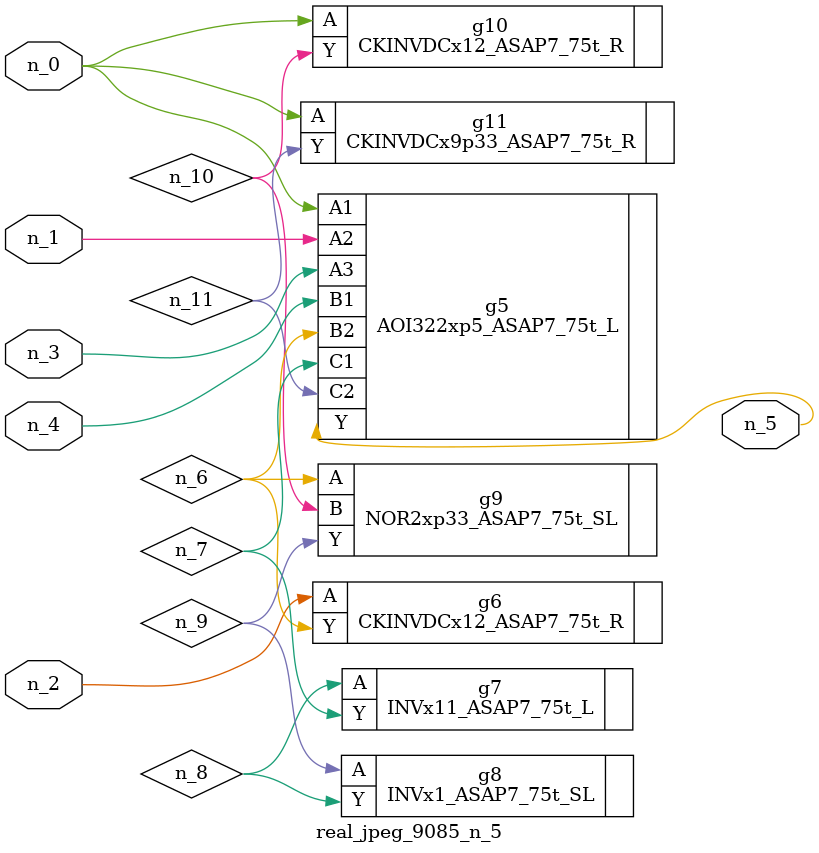
<source format=v>
module real_jpeg_9085_n_5 (n_4, n_0, n_1, n_2, n_3, n_5);

input n_4;
input n_0;
input n_1;
input n_2;
input n_3;

output n_5;

wire n_8;
wire n_11;
wire n_6;
wire n_7;
wire n_10;
wire n_9;

AOI322xp5_ASAP7_75t_L g5 ( 
.A1(n_0),
.A2(n_1),
.A3(n_3),
.B1(n_4),
.B2(n_6),
.C1(n_7),
.C2(n_11),
.Y(n_5)
);

CKINVDCx12_ASAP7_75t_R g10 ( 
.A(n_0),
.Y(n_10)
);

CKINVDCx9p33_ASAP7_75t_R g11 ( 
.A(n_0),
.Y(n_11)
);

CKINVDCx12_ASAP7_75t_R g6 ( 
.A(n_2),
.Y(n_6)
);

NOR2xp33_ASAP7_75t_SL g9 ( 
.A(n_6),
.B(n_10),
.Y(n_9)
);

INVx11_ASAP7_75t_L g7 ( 
.A(n_8),
.Y(n_7)
);

INVx1_ASAP7_75t_SL g8 ( 
.A(n_9),
.Y(n_8)
);


endmodule
</source>
